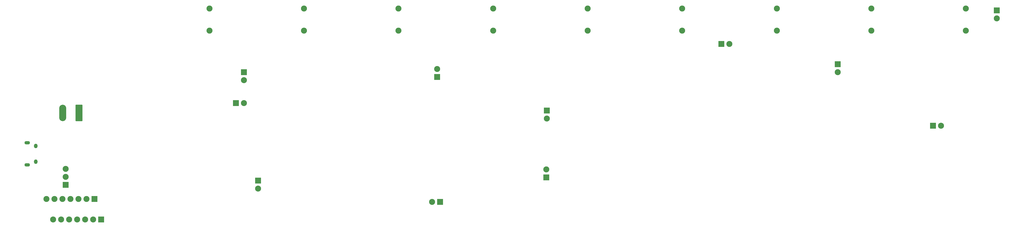
<source format=gbs>
G04 #@! TF.GenerationSoftware,KiCad,Pcbnew,(6.0.10)*
G04 #@! TF.CreationDate,2024-12-09T21:13:39+01:00*
G04 #@! TF.ProjectId,3_12_2024_MainBoardMCUwInstruments,335f3132-5f32-4303-9234-5f4d61696e42,rev?*
G04 #@! TF.SameCoordinates,Original*
G04 #@! TF.FileFunction,Soldermask,Bot*
G04 #@! TF.FilePolarity,Negative*
%FSLAX46Y46*%
G04 Gerber Fmt 4.6, Leading zero omitted, Abs format (unit mm)*
G04 Created by KiCad (PCBNEW (6.0.10)) date 2024-12-09 21:13:39*
%MOMM*%
%LPD*%
G01*
G04 APERTURE LIST*
G04 Aperture macros list*
%AMRoundRect*
0 Rectangle with rounded corners*
0 $1 Rounding radius*
0 $2 $3 $4 $5 $6 $7 $8 $9 X,Y pos of 4 corners*
0 Add a 4 corners polygon primitive as box body*
4,1,4,$2,$3,$4,$5,$6,$7,$8,$9,$2,$3,0*
0 Add four circle primitives for the rounded corners*
1,1,$1+$1,$2,$3*
1,1,$1+$1,$4,$5*
1,1,$1+$1,$6,$7*
1,1,$1+$1,$8,$9*
0 Add four rect primitives between the rounded corners*
20,1,$1+$1,$2,$3,$4,$5,0*
20,1,$1+$1,$4,$5,$6,$7,0*
20,1,$1+$1,$6,$7,$8,$9,0*
20,1,$1+$1,$8,$9,$2,$3,0*%
G04 Aperture macros list end*
%ADD10C,1.900000*%
%ADD11RoundRect,0.100000X0.850000X0.850000X-0.850000X0.850000X-0.850000X-0.850000X0.850000X-0.850000X0*%
%ADD12O,1.900000X1.900000*%
%ADD13RoundRect,0.100000X-0.850000X-0.850000X0.850000X-0.850000X0.850000X0.850000X-0.850000X0.850000X0*%
%ADD14RoundRect,0.100000X-0.850000X0.850000X-0.850000X-0.850000X0.850000X-0.850000X0.850000X0.850000X0*%
%ADD15RoundRect,0.100000X0.850000X-0.850000X0.850000X0.850000X-0.850000X0.850000X-0.850000X-0.850000X0*%
%ADD16O,1.750000X1.090000*%
%ADD17O,1.150000X1.450000*%
%ADD18RoundRect,0.100000X-1.010000X-2.510000X1.010000X-2.510000X1.010000X2.510000X-1.010000X2.510000X0*%
%ADD19O,2.220000X5.220000*%
G04 APERTURE END LIST*
D10*
X346500000Y-134100000D03*
X346500000Y-141100000D03*
D11*
X213350000Y-187800000D03*
D12*
X213350000Y-185260000D03*
D13*
X117450000Y-154365000D03*
D12*
X117450000Y-156905000D03*
D10*
X256500000Y-134100000D03*
X256500000Y-141100000D03*
X286500000Y-141100000D03*
X286500000Y-134100000D03*
D14*
X72170000Y-201200000D03*
D12*
X69630000Y-201200000D03*
X67090000Y-201200000D03*
X64550000Y-201200000D03*
X62010000Y-201200000D03*
X59470000Y-201200000D03*
X56930000Y-201200000D03*
D11*
X178750000Y-155900000D03*
D12*
X178750000Y-153360000D03*
D15*
X268900000Y-145397500D03*
D12*
X271440000Y-145397500D03*
D14*
X70050000Y-194665104D03*
D12*
X67510000Y-194665104D03*
X64970000Y-194665104D03*
X62430000Y-194665104D03*
X59890000Y-194665104D03*
X57350000Y-194665104D03*
X54810000Y-194665104D03*
D13*
X305875000Y-151775000D03*
D12*
X305875000Y-154315000D03*
D10*
X106500000Y-141100000D03*
X106500000Y-134100000D03*
X316500000Y-134100000D03*
X316500000Y-141100000D03*
D16*
X48685000Y-176800000D03*
D17*
X51385000Y-177800000D03*
D16*
X48685000Y-183800000D03*
D17*
X51385000Y-182800000D03*
D15*
X336079000Y-171334000D03*
D12*
X338619000Y-171334000D03*
D18*
X65160000Y-167275000D03*
D19*
X59980000Y-167275000D03*
D13*
X121960000Y-188775000D03*
D12*
X121960000Y-191315000D03*
D13*
X213538000Y-166552000D03*
D12*
X213538000Y-169092000D03*
D10*
X136500000Y-134100000D03*
X136500000Y-141100000D03*
X196500000Y-141100000D03*
X196500000Y-134100000D03*
D14*
X179669608Y-195592370D03*
D12*
X177129608Y-195592370D03*
D11*
X60930000Y-190165000D03*
D12*
X60930000Y-187625000D03*
X60930000Y-185085000D03*
D13*
X356290000Y-134680000D03*
D12*
X356290000Y-137220000D03*
D15*
X114900000Y-164150000D03*
D12*
X117440000Y-164150000D03*
D10*
X166500000Y-141100000D03*
X166500000Y-134100000D03*
X226500000Y-141100000D03*
X226500000Y-134100000D03*
M02*

</source>
